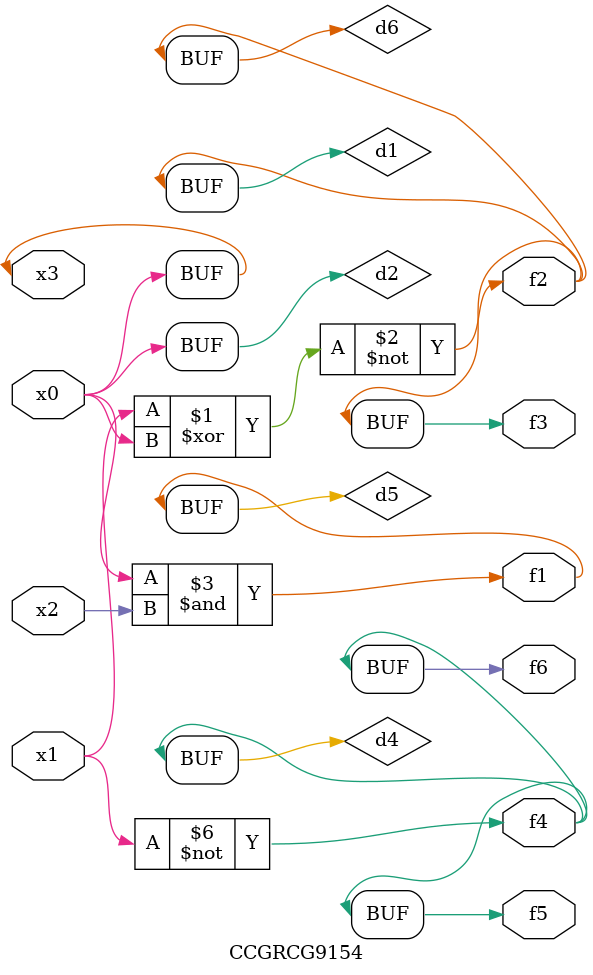
<source format=v>
module CCGRCG9154(
	input x0, x1, x2, x3,
	output f1, f2, f3, f4, f5, f6
);

	wire d1, d2, d3, d4, d5, d6;

	xnor (d1, x1, x3);
	buf (d2, x0, x3);
	nand (d3, x0, x2);
	not (d4, x1);
	nand (d5, d3);
	or (d6, d1);
	assign f1 = d5;
	assign f2 = d6;
	assign f3 = d6;
	assign f4 = d4;
	assign f5 = d4;
	assign f6 = d4;
endmodule

</source>
